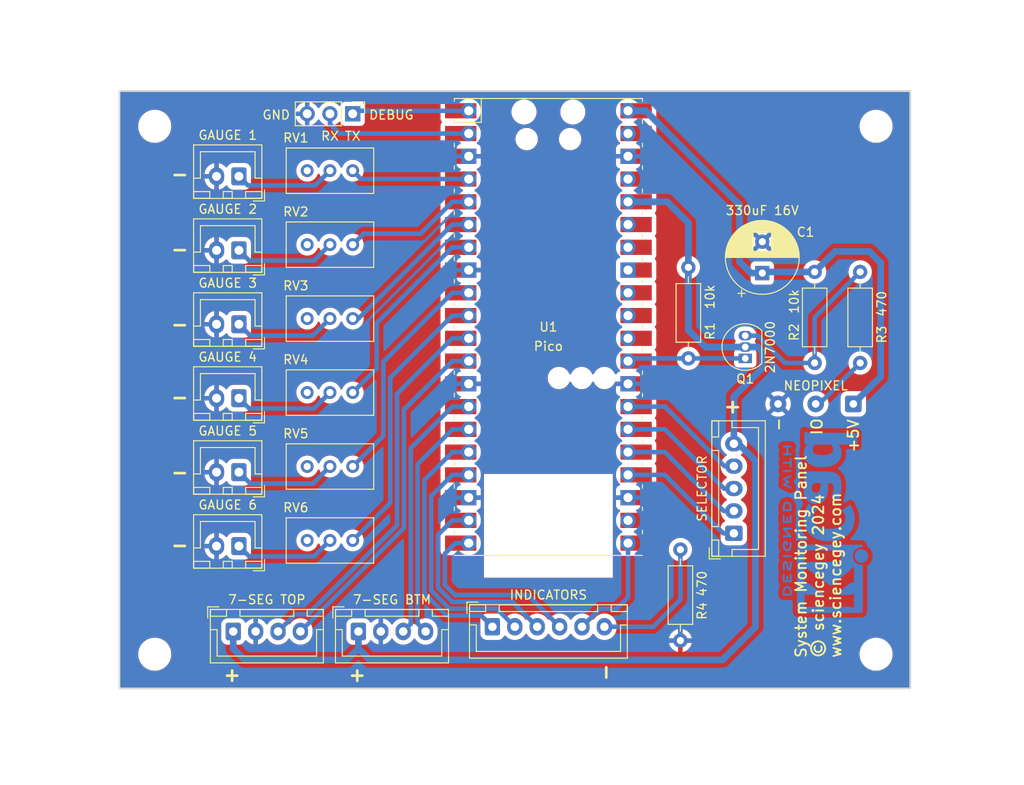
<source format=kicad_pcb>
(kicad_pcb (version 20221018) (generator pcbnew)
  (layers (0 "F.Cu" signal) (31 "B.Cu" signal) (34 "B.Paste" user) (35 "F.Paste" user) (36 "B.SilkS" user "B.Silkscreen") (37 "F.SilkS" user "F.Silkscreen") (38 "B.Mask" user) (39 "F.Mask" user) (44 "Edge.Cuts" user))
  (net 0 "")
  (net 1 "+5V")
  (net 2 "Earth")
  (net 3 "/TX")
  (net 4 "/RX")
  (net 5 "Net-(J3-Pin_1)")
  (net 6 "Net-(J4-Pin_1)")
  (net 7 "Net-(J6-Pin_1)")
  (net 8 "Net-(J7-Pin_1)")
  (net 9 "Net-(J8-Pin_2)")
  (net 10 "+3.3V")
  (net 11 "/LED0_CLK")
  (net 12 "/LED0_DIO")
  (net 13 "/LED1_CLK")
  (net 14 "/LED1_DIO")
  (net 15 "Net-(Q1-S)")
  (net 16 "Net-(Q1-D)")
  (net 17 "Net-(U1-GPIO2)")
  (net 18 "Net-(U1-GPIO3)")
  (net 19 "Net-(U1-GPIO4)")
  (net 20 "Net-(U1-GPIO5)")
  (net 21 "Net-(U1-GPIO6)")
  (net 22 "Net-(U1-GPIO7)")
  (net 23 "Net-(J1-Pin_1)")
  (net 24 "Net-(J5-Pin_2)")
  (net 25 "Net-(J8-Pin_1)")
  (net 26 "Net-(J8-Pin_3)")
  (net 27 "Net-(J8-Pin_4)")
  (net 28 "Net-(J9-Pin_1)")
  (net 44 "Net-(J12-Pin_1)")
  (net 45 "Net-(J12-Pin_2)")
  (net 46 "Net-(J12-Pin_3)")
  (net 47 "Net-(J12-Pin_4)")
  (net 48 "Net-(J12-Pin_5)")
  (net 49 "Net-(J12-Pin_6)")
  (footprint "Potentiometer_THT:Potentiometer_Bourns_3296W_Vertical" (layer "F.Cu") (at 146.05 38.1)
    (fp_text reference "RV2")
    (fp_text value "1K")
  )
  (footprint "Resistor_THT:R_Axial_DIN0207_L6.3mm_D2.5mm_P10.16mm_Horizontal" (layer "F.Cu") (at 182.626 72.136 -90)
    (fp_text reference "R4")
    (fp_text value "470")
  )
  (footprint "Connector_PinHeader_2.54mm:PinHeader_1x03_P2.54mm_Vertical" (layer "F.Cu") (at 146.05 23.495 -90)
    (fp_text reference "J2")
    (fp_text value "DEBUG")
  )
  (footprint "Resistor_THT:R_Axial_DIN0207_L6.3mm_D2.5mm_P10.16mm_Horizontal" (layer "F.Cu") (at 197.612 41.148 -90)
    (fp_text reference "R2")
    (fp_text value "10k")
  )
  (footprint "Connector_JST:JST_XH_B6B-XH-A_1x06_P2.50mm_Vertical" (layer "F.Cu") (at 161.644 80.755)
    (fp_text reference "J12")
    (fp_text value "INDICATORS")
  )
  (footprint "Connector_JST:JST_XH_B2B-XH-A_1x02_P2.50mm_Vertical" (layer "F.Cu") (at 133.35 30.48 180)
    (fp_text reference "J1")
    (fp_text value "GAUGE 1")
  )
  (footprint "MCU_RaspberryPi_and_Boards:RPi_Pico_W_SMD_TH" (layer "F.Cu") (at 167.894 47.29)
    (fp_text reference "U1")
    (fp_text value "Pico")
  )
  (footprint "Resistor_THT:R_Axial_DIN0207_L6.3mm_D2.5mm_P10.16mm_Horizontal" (layer "F.Cu") (at 202.692 41.148 -90)
    (fp_text reference "R3")
    (fp_text value "470")
  )
  (footprint "Potentiometer_THT:Potentiometer_Bourns_3296W_Vertical" (layer "F.Cu") (at 146.05 29.845)
    (fp_text reference "RV1")
    (fp_text value "1K")
  )
  (footprint "Potentiometer_THT:Potentiometer_Bourns_3296W_Vertical" (layer "F.Cu") (at 146.05 46.355)
    (fp_text reference "RV3")
    (fp_text value "1K")
  )
  (footprint "MountingHole:MountingHole_3.2mm_M3" (layer "F.Cu") (at 123.952 83.82)
    (fp_text reference "REF**" hide)
    (fp_text value "MountingHole_3.2mm_M3")
  )
  (footprint "Connector_Wire:SolderWire-0.25sqmm_1x03_P4.2mm_D0.65mm_OD1.7mm" (layer "F.Cu") (at 201.93 55.88 180)
    (fp_text reference "J5")
    (fp_text value "NEOPIXEL")
  )
  (footprint "Connector_JST:JST_XH_B2B-XH-A_1x02_P2.50mm_Vertical" (layer "F.Cu") (at 133.35 46.99 180)
    (fp_text reference "J4")
    (fp_text value "GAUGE 3")
  )
  (footprint "Capacitor_THT:CP_Radial_D8.0mm_P3.50mm" (layer "F.Cu") (at 191.77 41.275 90)
    (fp_text reference "C1")
    (fp_text value "330uF 16V")
  )
  (footprint "Connector_JST:JST_XH_B2B-XH-A_1x02_P2.50mm_Vertical" (layer "F.Cu") (at 133.35 38.735 180)
    (fp_text reference "J3")
    (fp_text value "GAUGE 2")
  )
  (footprint "MountingHole:MountingHole_3.2mm_M3" (layer "F.Cu") (at 204.47 83.82)
    (fp_text reference "REF**" hide)
    (fp_text value "MountingHole_3.2mm_M3")
  )
  (footprint "Potentiometer_THT:Potentiometer_Bourns_3296W_Vertical" (layer "F.Cu") (at 146.05 62.865)
    (fp_text reference "RV5")
    (fp_text value "1K")
  )
  (footprint "Connector_JST:JST_XH_B5B-XH-A_1x05_P2.50mm_Vertical" (layer "F.Cu") (at 188.595 70.325 90)
    (fp_text reference "J8")
    (fp_text value "SELECTOR")
  )
  (footprint "Connector_JST:JST_XH_B2B-XH-A_1x02_P2.50mm_Vertical" (layer "F.Cu") (at 133.35 71.755 180)
    (fp_text reference "J9")
    (fp_text value "GAUGE 6")
  )
  (footprint "Potentiometer_THT:Potentiometer_Bourns_3296W_Vertical" (layer "F.Cu") (at 146.05 71.12)
    (fp_text reference "RV6")
    (fp_text value "1K")
  )
  (footprint "Package_TO_SOT_THT:TO-92_Inline" (layer "F.Cu") (at 189.865 50.8 90)
    (fp_text reference "Q1")
    (fp_text value "2N7000")
  )
  (footprint "Connector_JST:JST_XH_B2B-XH-A_1x02_P2.50mm_Vertical" (layer "F.Cu") (at 133.35 55.245 180)
    (fp_text reference "J6")
    (fp_text value "GAUGE 4")
  )
  (footprint "MountingHole:MountingHole_3.2mm_M3" (layer "F.Cu") (at 123.952 24.892)
    (fp_text reference "REF**" hide)
    (fp_text value "MountingHole_3.2mm_M3")
  )
  (footprint "MountingHole:MountingHole_3.2mm_M3" (layer "F.Cu") (at 204.47 24.892)
    (fp_text reference "REF**" hide)
    (fp_text value "MountingHole_3.2mm_M3")
  )
  (footprint "Resistor_THT:R_Axial_DIN0207_L6.3mm_D2.5mm_P10.16mm_Horizontal" (layer "F.Cu") (at 183.515 40.64 -90)
    (fp_text reference "R1")
    (fp_text value "10k")
  )
  (footprint "Connector_JST:JST_XH_B4B-XH-A_1x04_P2.50mm_Vertical" (layer "F.Cu") (at 146.685 81.28)
    (fp_text reference "J11")
    (fp_text value "7-SEG BTM")
  )
  (footprint "Potentiometer_THT:Potentiometer_Bourns_3296W_Vertical" (layer "F.Cu") (at 146.05 54.61)
    (fp_text reference "RV4")
    (fp_text value "1K")
  )
  (footprint "Connector_JST:JST_XH_B4B-XH-A_1x04_P2.50mm_Vertical" (layer "F.Cu") (at 132.715 81.28)
    (fp_text reference "J10")
    (fp_text value "7-SEG TOP")
  )
  (footprint "Connector_JST:JST_XH_B2B-XH-A_1x02_P2.50mm_Vertical" (layer "F.Cu") (at 133.35 63.5 180)
    (fp_text reference "J7")
    (fp_text value "GAUGE 5")
  )
  (footprint "Symbol:KiCad-Logo2_8mm_Copper" (layer "B.Cu") (at 199.644 69.088 90)
    (fp_text reference "REF**" hide)
    (fp_text value "KiCad-Logo2_8mm_Copper" hide)
  )
  (gr_rect (start 120.015 20.955) (end 208.28 87.63) (stroke (width 0.2)) (fill none) (layer "Edge.Cuts"))
  (gr_text "-" (at 126.746 71.628) (layer "F.SilkS") (effects (font (size 1.5 1.5) (thickness 0.3) bold)))
  (gr_text "+" (at 132.588 86.106) (layer "F.SilkS") (effects (font (size 1.5 1.5) (thickness 0.3) bold)))
  (gr_text "-" (at 126.746 63.5) (layer "F.SilkS") (effects (font (size 1.5 1.5) (thickness 0.3) bold)))
  (gr_text "+5V" (at 201.93 59.436 90) (layer "F.SilkS") (effects (font (size 1.2 1.2) (thickness 0.2) bold)))
  (gr_text "-" (at 174.244 85.852 90) (layer "F.SilkS") (effects (font (size 1.5 1.5) (thickness 0.3) bold)))
  (gr_text "+" (at 188.468 56.134) (layer "F.SilkS") (effects (font (size 1.5 1.5) (thickness 0.3) bold)))
  (gr_text "-" (at 126.746 38.608) (layer "F.SilkS") (effects (font (size 1.5 1.5) (thickness 0.3) bold)))
  (gr_text "-" (at 126.746 30.226) (layer "F.SilkS") (effects (font (size 1.5 1.5) (thickness 0.3) bold)))
  (gr_text "IO" (at 197.866 58.42 90) (layer "F.SilkS") (effects (font (size 1.2 1.2) (thickness 0.2) bold)))
  (gr_text "System Monitoring Panel\n©️ sciencegey 2024\nwww.sciencegey.com" (at 200.66 84.328 90) (layer "F.SilkS") (effects (font (size 1.2 1.2) (thickness 0.2)) (justify left bottom)))
  (gr_text "+" (at 146.558 86.106) (layer "F.SilkS") (effects (font (size 1.5 1.5) (thickness 0.3) bold)))
  (gr_text "-" (at 126.746 46.99) (layer "F.SilkS") (effects (font (size 1.5 1.5) (thickness 0.3) bold)))
  (gr_text "-" (at 193.548 58.166 90) (layer "F.SilkS") (effects (font (size 1.2 1.2) (thickness 0.2) bold)))
  (gr_text "-" (at 126.746 55.118) (layer "F.SilkS") (effects (font (size 1.5 1.5) (thickness 0.3) bold)))
  (segment (start 191.897 41.148) (end 191.77 41.275) (width 0.75) (layer "B.Cu") (net 1))
  (segment (start 189.23 33.655) (end 178.735 23.16) (width 0.75) (layer "B.Cu") (net 1))
  (segment (start 178.735 23.16) (end 176.784 23.16) (width 0.75) (layer "B.Cu") (net 1))
  (segment (start 203.708 38.862) (end 199.898 38.862) (width 0.75) (layer "B.Cu") (net 1))
  (segment (start 191.77 41.275) (end 190.5 41.275) (width 0.75) (layer "B.Cu") (net 1))
  (segment (start 204.978 52.832) (end 204.978 40.132) (width 0.75) (layer "B.Cu") (net 1))
  (segment (start 189.23 40.005) (end 189.23 33.655) (width 0.75) (layer "B.Cu") (net 1))
  (segment (start 201.93 55.88) (end 204.978 52.832) (width 0.75) (layer "B.Cu") (net 1))
  (segment (start 204.978 40.132) (end 203.708 38.862) (width 0.75) (layer "B.Cu") (net 1))
  (segment (start 190.5 41.275) (end 189.23 40.005) (width 0.75) (layer "B.Cu") (net 1))
  (segment (start 197.612 41.148) (end 191.897 41.148) (width 0.75) (layer "B.Cu") (net 1))
  (segment (start 199.898 38.862) (end 197.612 41.148) (width 0.75) (layer "B.Cu") (net 1))
  (segment (start 159.004 23.16) (end 146.385 23.16) (width 0.508) (layer "B.Cu") (net 3))
  (segment (start 146.385 23.16) (end 146.05 23.495) (width 0.508) (layer "B.Cu") (net 3))
  (segment (start 143.51 24.638) (end 144.572 25.7) (width 0.508) (layer "B.Cu") (net 4))
  (segment (start 143.51 23.495) (end 143.51 24.638) (width 0.508) (layer "B.Cu") (net 4))
  (segment (start 144.572 25.7) (end 159.004 25.7) (width 0.508) (layer "B.Cu") (net 4))
  (segment (start 143.51 38.1) (end 141.732 39.878) (width 0.508) (layer "B.Cu") (net 5))
  (segment (start 134.493 39.878) (end 133.35 38.735) (width 0.508) (layer "B.Cu") (net 5))
  (segment (start 141.732 39.878) (end 134.493 39.878) (width 0.508) (layer "B.Cu") (net 5))
  (segment (start 143.51 46.355) (end 141.605 48.26) (width 0.508) (layer "B.Cu") (net 6))
  (segment (start 134.62 48.26) (end 133.35 46.99) (width 0.508) (layer "B.Cu") (net 6))
  (segment (start 141.605 48.26) (end 134.62 48.26) (width 0.508) (layer "B.Cu") (net 6))
  (segment (start 134.493 56.388) (end 133.35 55.245) (width 0.508) (layer "B.Cu") (net 7))
  (segment (start 143.51 54.61) (end 141.732 56.388) (width 0.508) (layer "B.Cu") (net 7))
  (segment (start 141.732 56.388) (end 134.493 56.388) (width 0.508) (layer "B.Cu") (net 7))
  (segment (start 134.62 64.77) (end 133.35 63.5) (width 0.508) (layer "B.Cu") (net 8))
  (segment (start 141.605 64.77) (end 134.62 64.77) (width 0.508) (layer "B.Cu") (net 8))
  (segment (start 143.51 62.865) (end 141.605 64.77) (width 0.508) (layer "B.Cu") (net 8))
  (segment (start 187.459 67.825) (end 180.894 61.26) (width 0.508) (layer "B.Cu") (net 9))
  (segment (start 180.894 61.26) (end 176.784 61.26) (width 0.508) (layer "B.Cu") (net 9))
  (segment (start 188.595 67.825) (end 187.459 67.825) (width 0.508) (layer "B.Cu") (net 9))
  (segment (start 145.415 84.455) (end 133.985 84.455) (width 0.75) (layer "B.Cu") (net 10))
  (segment (start 185.42 49.53) (end 189.865 49.53) (width 0.75) (layer "B.Cu") (net 10))
  (segment (start 147.955 84.455) (end 146.685 83.185) (width 0.75) (layer "B.Cu") (net 10))
  (segment (start 191.77 50.03523) (end 191.26477 49.53) (width 0.75) (layer "B.Cu") (net 10))
  (segment (start 146.685 82.55) (end 146.685 81.28) (width 0.75) (layer "B.Cu") (net 10))
  (segment (start 181.148 33.32) (end 176.784 33.32) (width 0.75) (layer "B.Cu") (net 10))
  (segment (start 185.42 49.53) (end 183.515 47.625) (width 0.75) (layer "B.Cu") (net 10))
  (segment (start 188.595 60.325) (end 188.595 55.0545) (width 0.75) (layer "B.Cu") (net 10))
  (segment (start 133.985 84.455) (end 132.715 83.185) (width 0.75) (layer "B.Cu") (net 10))
  (segment (start 191.77 51.8795) (end 191.77 50.03523) (width 0.75) (layer "B.Cu") (net 10))
  (segment (start 146.685 83.185) (end 145.415 84.455) (width 0.75) (layer "B.Cu") (net 10))
  (segment (start 183.515 40.64) (end 183.515 35.687) (width 0.75) (layer "B.Cu") (net 10))
  (segment (start 188.595 60.325) (end 189.103 60.325) (width 0.75) (layer "B.Cu") (net 10))
  (segment (start 146.685 83.185) (end 146.685 82.55) (width 0.75) (layer "B.Cu") (net 10))
  (segment (start 191.008 80.772) (end 187.325 84.455) (width 0.75) (layer "B.Cu") (net 10))
  (segment (start 187.325 84.455) (end 147.955 84.455) (width 0.75) (layer "B.Cu") (net 10))
  (segment (start 189.103 60.325) (end 191.008 62.23) (width 0.75) (layer "B.Cu") (net 10))
  (segment (start 183.515 35.687) (end 181.148 33.32) (width 0.75) (layer "B.Cu") (net 10))
  (segment (start 191.008 62.23) (end 191.008 80.772) (width 0.75) (layer "B.Cu") (net 10))
  (segment (start 132.715 83.185) (end 132.715 81.28) (width 0.75) (layer "B.Cu") (net 10))
  (segment (start 183.515 47.625) (end 183.515 40.64) (width 0.75) (layer "B.Cu") (net 10))
  (segment (start 188.595 55.0545) (end 191.77 51.8795) (width 0.75) (layer "B.Cu") (net 10))
  (segment (start 191.26477 49.53) (end 189.865 49.53) (width 0.75) (layer "B.Cu") (net 10))
  (segment (start 139.62 79.375) (end 141.04237 79.375) (width 0.508) (layer "B.Cu") (net 11))
  (segment (start 151.003 54.737) (end 157.18 48.56) (width 0.508) (layer "B.Cu") (net 11))
  (segment (start 141.04237 79.375) (end 151.003 69.41437) (width 0.508) (layer "B.Cu") (net 11))
  (segment (start 151.003 69.41437) (end 151.003 54.737) (width 0.508) (layer "B.Cu") (net 11))
  (segment (start 137.715 81.28) (end 139.62 79.375) (width 0.508) (layer "B.Cu") (net 11))
  (segment (start 157.18 48.56) (end 159.004 48.56) (width 0.508) (layer "B.Cu") (net 11))
  (segment (start 157.18 51.1) (end 159.004 51.1) (width 0.508) (layer "B.Cu") (net 12))
  (segment (start 151.765 69.73) (end 151.765 56.515) (width 0.508) (layer "B.Cu") (net 12))
  (segment (start 140.215 81.28) (end 151.765 69.73) (width 0.508) (layer "B.Cu") (net 12))
  (segment (start 151.765 56.515) (end 157.18 51.1) (width 0.508) (layer "B.Cu") (net 12))
  (segment (start 152.527 60.833) (end 157.18 56.18) (width 0.508) (layer "B.Cu") (net 13))
  (segment (start 151.685 81.28) (end 152.527 80.438) (width 0.508) (layer "B.Cu") (net 13))
  (segment (start 152.527 80.438) (end 152.527 60.833) (width 0.508) (layer "B.Cu") (net 13))
  (segment (start 157.18 56.18) (end 159.004 56.18) (width 0.508) (layer "B.Cu") (net 13))
  (segment (start 157.18 58.72) (end 159.004 58.72) (width 0.508) (layer "B.Cu") (net 14))
  (segment (start 153.289 80.384) (end 153.289 62.611) (width 0.508) (layer "B.Cu") (net 14))
  (segment (start 153.289 62.611) (end 157.18 58.72) (width 0.508) (layer "B.Cu") (net 14))
  (segment (start 154.185 81.28) (end 153.289 80.384) (width 0.508) (layer "B.Cu") (net 14))
  (segment (start 183.515 50.8) (end 177.084 50.8) (width 0.508) (layer "B.Cu") (net 15))
  (segment (start 189.865 50.8) (end 183.515 50.8) (width 0.508) (layer "B.Cu") (net 15))
  (segment (start 177.084 50.8) (end 176.784 51.1) (width 0.508) (layer "B.Cu") (net 15))
  (segment (start 197.612 51.308) (end 197.612 46.228) (width 0.508) (layer "B.Cu") (net 16))
  (segment (start 191.24352 48.26) (end 194.29152 51.308) (width 0.508) (layer "B.Cu") (net 16))
  (segment (start 194.29152 51.308) (end 197.612 51.308) (width 0.508) (layer "B.Cu") (net 16))
  (segment (start 189.865 48.26) (end 191.24352 48.26) (width 0.508) (layer "B.Cu") (net 16))
  (segment (start 197.612 46.228) (end 202.692 41.148) (width 0.508) (layer "B.Cu") (net 16))
  (segment (start 146.05 29.845) (end 146.985 30.78) (width 0.508) (layer "B.Cu") (net 17))
  (segment (start 146.985 30.78) (end 159.004 30.78) (width 0.508) (layer "B.Cu") (net 17))
  (segment (start 153.624 36.876) (end 157.18 33.32) (width 0.508) (layer "B.Cu") (net 18))
  (segment (start 157.18 33.32) (end 159.004 33.32) (width 0.508) (layer "B.Cu") (net 18))
  (segment (start 146.05 38.1) (end 147.274 36.876) (width 0.508) (layer "B.Cu") (net 18))
  (segment (start 147.274 36.876) (end 153.624 36.876) (width 0.508) (layer "B.Cu") (net 18))
  (segment (start 157.18 35.86) (end 159.004 35.86) (width 0.508) (layer "B.Cu") (net 19))
  (segment (start 146.05 46.355) (end 146.685 46.355) (width 0.508) (layer "B.Cu") (net 19))
  (segment (start 146.685 46.355) (end 157.18 35.86) (width 0.508) (layer "B.Cu") (net 19))
  (segment (start 146.05 54.61) (end 148.717 51.943) (width 0.508) (layer "B.Cu") (net 20))
  (segment (start 157.18 38.4) (end 159.004 38.4) (width 0.508) (layer "B.Cu") (net 20))
  (segment (start 148.717 46.863) (end 157.18 38.4) (width 0.508) (layer "B.Cu") (net 20))
  (segment (start 148.717 51.943) (end 148.717 46.863) (width 0.508) (layer "B.Cu") (net 20))
  (segment (start 149.479 51.181) (end 157.18 43.48) (width 0.508) (layer "B.Cu") (net 21))
  (segment (start 157.18 43.48) (end 159.004 43.48) (width 0.508) (layer "B.Cu") (net 21))
  (segment (start 146.05 62.865) (end 149.479 59.436) (width 0.508) (layer "B.Cu") (net 21))
  (segment (start 149.479 59.436) (end 149.479 51.181) (width 0.508) (layer "B.Cu") (net 21))
  (segment (start 150.241 66.929) (end 150.241 52.959) (width 0.508) (layer "B.Cu") (net 22))
  (segment (start 146.05 71.12) (end 150.241 66.929) (width 0.508) (layer "B.Cu") (net 22))
  (segment (start 157.18 46.02) (end 159.004 46.02) (width 0.508) (layer "B.Cu") (net 22))
  (segment (start 150.241 52.959) (end 157.18 46.02) (width 0.508) (layer "B.Cu") (net 22))
  (segment (start 143.51 29.845) (end 141.859 31.496) (width 0.508) (layer "B.Cu") (net 23))
  (segment (start 134.366 31.496) (end 133.35 30.48) (width 0.508) (layer "B.Cu") (net 23))
  (segment (start 141.859 31.496) (end 134.366 31.496) (width 0.508) (layer "B.Cu") (net 23))
  (segment (start 202.692 51.308) (end 198.12 55.88) (width 0.508) (layer "B.Cu") (net 24))
  (segment (start 198.12 55.88) (end 197.73 55.88) (width 0.508) (layer "B.Cu") (net 24))
  (segment (start 180.894 63.8) (end 176.784 63.8) (width 0.508) (layer "B.Cu") (net 25))
  (segment (start 188.595 70.325) (end 187.419 70.325) (width 0.508) (layer "B.Cu") (net 25))
  (segment (start 187.419 70.325) (end 180.894 63.8) (width 0.508) (layer "B.Cu") (net 25))
  (segment (start 188.595 65.325) (end 187.499 65.325) (width 0.508) (layer "B.Cu") (net 26))
  (segment (start 180.894 58.72) (end 176.784 58.72) (width 0.508) (layer "B.Cu") (net 26))
  (segment (start 187.499 65.325) (end 180.894 58.72) (width 0.508) (layer "B.Cu") (net 26))
  (segment (start 176.784 56.18) (end 180.894 56.18) (width 0.508) (layer "B.Cu") (net 27))
  (segment (start 180.894 56.18) (end 187.539 62.825) (width 0.508) (layer "B.Cu") (net 27))
  (segment (start 187.539 62.825) (end 188.595 62.825) (width 0.508) (layer "B.Cu") (net 27))
  (segment (start 143.51 71.12) (end 141.732 72.898) (width 0.508) (layer "B.Cu") (net 28))
  (segment (start 134.493 72.898) (end 133.35 71.755) (width 0.508) (layer "B.Cu") (net 28))
  (segment (start 141.732 72.898) (end 134.493 72.898) (width 0.508) (layer "B.Cu") (net 28))
  (segment (start 157.18 61.26) (end 154.051 64.389) (width 0.508) (layer "B.Cu") (net 44))
  (segment (start 159.004 61.26) (end 157.18 61.26) (width 0.508) (layer "B.Cu") (net 44))
  (segment (start 154.051 77.02363) (end 156.52937 79.502) (width 0.508) (layer "B.Cu") (net 44))
  (segment (start 160.391 79.502) (end 161.644 80.755) (width 0.508) (layer "B.Cu") (net 44))
  (segment (start 156.52937 79.502) (end 160.391 79.502) (width 0.508) (layer "B.Cu") (net 44))
  (segment (start 154.051 64.389) (end 154.051 77.02363) (width 0.508) (layer "B.Cu") (net 44))
  (segment (start 156.845 78.74) (end 162.129 78.74) (width 0.508) (layer "B.Cu") (net 45))
  (segment (start 162.129 78.74) (end 164.144 80.755) (width 0.508) (layer "B.Cu") (net 45))
  (segment (start 154.813 66.167) (end 154.813 76.708) (width 0.508) (layer "B.Cu") (net 45))
  (segment (start 154.813 76.708) (end 156.845 78.74) (width 0.508) (layer "B.Cu") (net 45))
  (segment (start 157.18 63.8) (end 154.813 66.167) (width 0.508) (layer "B.Cu") (net 45))
  (segment (start 159.004 63.8) (end 157.18 63.8) (width 0.508) (layer "B.Cu") (net 45))
  (segment (start 163.867 77.978) (end 166.644 80.755) (width 0.508) (layer "B.Cu") (net 46))
  (segment (start 157.16063 77.978) (end 163.867 77.978) (width 0.508) (layer "B.Cu") (net 46))
  (segment (start 157.18 68.88) (end 155.575 70.485) (width 0.508) (layer "B.Cu") (net 46))
  (segment (start 155.575 76.39237) (end 157.16063 77.978) (width 0.508) (layer "B.Cu") (net 46))
  (segment (start 155.575 70.485) (end 155.575 76.39237) (width 0.508) (layer "B.Cu") (net 46))
  (segment (start 159.004 68.88) (end 157.18 68.88) (width 0.508) (layer "B.Cu") (net 46))
  (segment (start 156.337 76.07674) (end 157.47626 77.216) (width 0.508) (layer "B.Cu") (net 47))
  (segment (start 157.47626 77.216) (end 165.605 77.216) (width 0.508) (layer "B.Cu") (net 47))
  (segment (start 165.605 77.216) (end 169.144 80.755) (width 0.508) (layer "B.Cu") (net 47))
  (segment (start 157.515 71.42) (end 156.337 72.598) (width 0.508) (layer "B.Cu") (net 47))
  (segment (start 156.337 72.598) (end 156.337 76.07674) (width 0.508) (layer "B.Cu") (net 47))
  (segment (start 159.004 71.42) (end 157.515 71.42) (width 0.508) (layer "B.Cu") (net 47))
  (segment (start 176.784 77.47) (end 176.784 71.42) (width 0.508) (layer "B.Cu") (net 48))
  (segment (start 171.644 80.755) (end 173.659 78.74) (width 0.508) (layer "B.Cu") (net 48))
  (segment (start 175.514 78.74) (end 176.784 77.47) (width 0.508) (layer "B.Cu") (net 48))
  (segment (start 173.659 78.74) (end 175.514 78.74) (width 0.508) (layer "B.Cu") (net 48))
  (segment (start 174.144 80.755) (end 179.595 80.755) (width 0.508) (layer "B.Cu") (net 49))
  (segment (start 179.595 80.755) (end 182.626 77.724) (width 0.508) (layer "B.Cu") (net 49))
  (segment (start 182.626 77.724) (end 182.626 72.136) (width 0.508) (layer "B.Cu") (net 49))
  (zone (net 2) (net_name "Earth") (layers "F&B.Cu") (connect_pads (clearance 0.5)) (min_thickness 0.25) (fill yes (thermal_gap 0.5) (thermal_bridge_width 0.5))
    (polygon (pts (xy 106.68 10.795) (xy 219.71 12.7) (xy 220.98 97.79) (xy 106.68 98.425)))
  )
)
</source>
